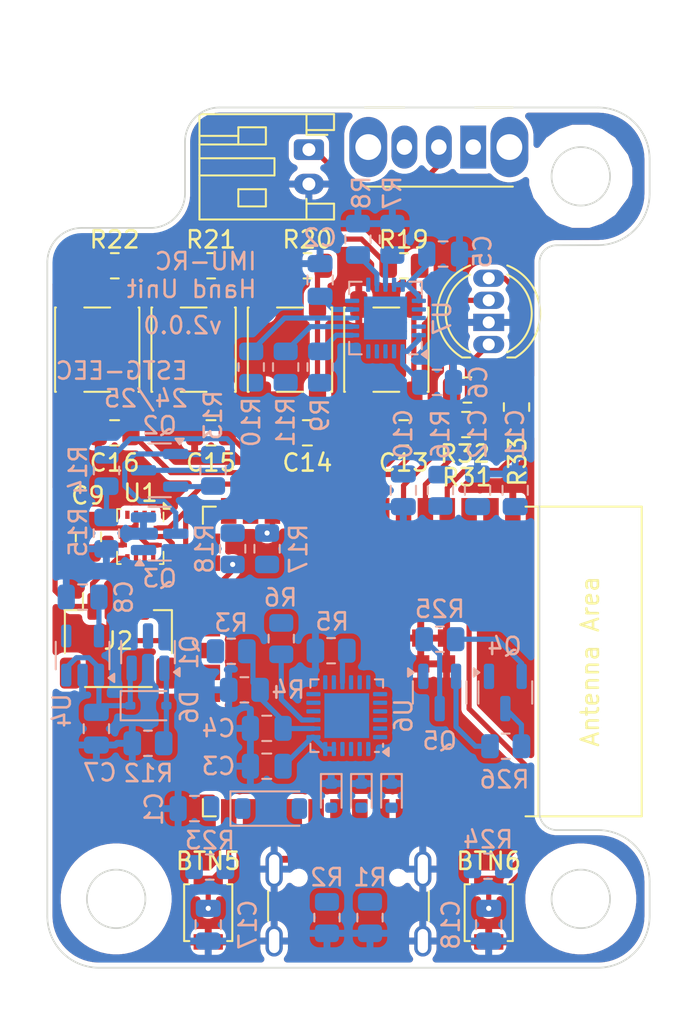
<source format=kicad_pcb>
(kicad_pcb (version 20241229) (generator "pcbnew") (generator_version "9.0")
  (layers (0 "F.Cu" signal) (2 "B.Cu" signal) (13 "F.Paste" user) (15 "B.Paste" user) (5 "F.SilkS" user "F.Silkscreen") (7 "B.SilkS" user "B.Silkscreen") (1 "F.Mask" user) (3 "B.Mask" user) (25 "Edge.Cuts" user))
  (net 0 "")
  (net 1 "BOOT")
  (net 2 "GND")
  (net 3 "Net-(BT1-+)")
  (net 4 "Net-(SW1-A)")
  (net 5 "VBUS")
  (net 6 "+3.3V")
  (net 7 "Net-(Q2-D)")
  (net 8 "Net-(D6-K)")
  (net 9 "CHIP_PU")
  (net 10 "Net-(U6-VBUS)")
  (net 11 "Net-(D2-A2)")
  (net 12 "Net-(D3-A2)")
  (net 13 "Net-(D1-A2)")
  (net 14 "Net-(D7-RA)")
  (net 15 "Net-(D7-BA)")
  (net 16 "Net-(D7-GA)")
  (net 17 "SDA")
  (net 18 "SCL")
  (net 19 "Net-(Q4-B)")
  (net 20 "Net-(Q5-B)")
  (net 21 "Net-(Q2-G)")
  (net 22 "+BATT")
  (net 23 "Net-(U7-PROG1)")
  (net 24 "BATT_READ_EN")
  (net 25 "Net-(U7-PROG3)")
  (net 26 "PG")
  (net 27 "STAT1")
  (net 28 "STAT2")
  (net 29 "BATT_READ")
  (net 30 "LED_RED")
  (net 31 "LED_GREEN")
  (net 32 "LED_BLUE")
  (net 35 "SW_2")
  (net 36 "SW_4")
  (net 37 "RTS")
  (net 38 "DTR")
  (net 39 "SW_3")
  (net 40 "SW_1")
  (net 41 "Net-(U6-~{RST})")
  (net 42 "Net-(U6-~{SUSPEND})")
  (net 48 "Net-(J1-CC2)")
  (net 50 "Net-(J1-CC1)")
  (net 55 "U0TXD")
  (net 60 "U0RXD")
  (footprint "Button_Switch_SMD:SW_SPST_PTS647_Sx50" (layer "F.Cu") (at 28.25 33.575 90)
    (property "Reference" "BTN2" (hide yes))
    (property "Value" "B3U-1000P")
  )
  (footprint "Resistor_SMD:R_0805_2012Metric" (layer "F.Cu") (at 40.47 28.7 180)
    (property "Reference" "R19")
    (property "Value" "10k")
  )
  (footprint "Resistor_SMD:R_0805_2012Metric" (layer "F.Cu") (at 47.015 36.9125 -90)
    (property "Reference" "R33")
    (property "Value" "10")
  )
  (footprint "Button_Switch_SMD:SW_SPST_PTS647_Sx50" (layer "F.Cu") (at 22.65 33.575 90)
    (property "Reference" "BTN4" (hide yes))
    (property "Value" "B3U-1000P")
  )
  (footprint "Button_Switch_THT:SW_Slide_SPDT_Angled_CK_OS102011MA1Q" (layer "F.Cu") (at 44.5 21.8 180)
    (property "Reference" "SW1" (hide yes))
    (property "Value" "SW_SPDT")
  )
  (footprint "PCM_Espressif:ESP32-S3-WROOM-2" (layer "F.Cu") (at 38.54 51.7 -90)
    (property "Reference" "U2" (hide yes))
    (property "Value" "ESP32-S3-WROOM-2")
  )
  (footprint "IMURCLibrary:LGA-14L_3x2.5mm_P0.5mm" (layer "F.Cu") (at 25.1525 44.4375 -90)
    (property "Reference" "U1")
    (property "Value" "LSM6DSO")
  )
  (footprint "Capacitor_SMD:C_0805_2012Metric" (layer "F.Cu") (at 23.66 38.41)
    (property "Reference" "C16")
    (property "Value" "100nF/50V")
  )
  (footprint "Button_Switch_SMD:SW_SPST_PTS647_Sx50" (layer "F.Cu") (at 39.45 33.575 90)
    (property "Reference" "BTN1" (hide yes))
    (property "Value" "B3U-1000P")
  )
  (footprint "Resistor_SMD:R_0805_2012Metric" (layer "F.Cu") (at 29.27 28.7 180)
    (property "Reference" "R21")
    (property "Value" "10k")
  )
  (footprint "Connector_JST:JST_PH_S2B-PH-K_1x02_P2.00mm_Horizontal" (layer "F.Cu") (at 34.95 21.95 -90)
    (property "Reference" "BT1" (hide yes))
    (property "Value" "LiPo 3.7V 600mAh")
  )
  (footprint "IMURCLibrary:LED_D5.0mm-4_RKGB" (layer "F.Cu") (at 45.4 33.375 90)
    (property "Reference" "D7" (hide yes))
    (property "Value" "LED_RKGB")
  )
  (footprint "Resistor_SMD:R_0805_2012Metric" (layer "F.Cu") (at 23.67 28.7 180)
    (property "Reference" "R22")
    (property "Value" "10k")
  )
  (footprint "Button_Switch_SMD:SW_SPST_PTS647_Sx50" (layer "F.Cu") (at 33.85 33.575 90)
    (property "Reference" "BTN3" (hide yes))
    (property "Value" "B3U-1000P")
  )
  (footprint "Capacitor_SMD:C_0805_2012Metric" (layer "F.Cu") (at 29.26 38.41)
    (property "Reference" "C15")
    (property "Value" "100nF/50V")
  )
  (footprint "Button_Switch_SMD:SW_SPST_B3U-1000P" (layer "F.Cu") (at 45.4 66.3 90)
    (property "Reference" "BTN6")
    (property "Value" "B3U-1000P")
  )
  (footprint "IMURCLibrary:JST_SH_SM04B-SRSS-TB_1x04-1MP_P1.00mm_Horizontal" (layer "F.Cu") (at 23.88 50.5)
    (property "Reference" "J2")
    (property "Value" "JST SH1.0")
  )
  (footprint "Capacitor_SMD:C_0805_2012Metric" (layer "F.Cu") (at 34.86 38.41)
    (property "Reference" "C14")
    (property "Value" "100nF/50V")
  )
  (footprint "Button_Switch_SMD:SW_SPST_B3U-1000P" (layer "F.Cu") (at 29.1 66.3 90)
    (property "Reference" "BTN5")
    (property "Value" "B3U-1000P")
  )
  (footprint "Resistor_SMD:R_0805_2012Metric" (layer "F.Cu") (at 34.87 28.7 180)
    (property "Reference" "R20")
    (property "Value" "10k")
  )
  (footprint "Connector_USB:USB_C_Receptacle_GCT_USB4105-xx-A_16P_TopMnt_Horizontal" (layer "F.Cu") (at 37.25 66.875)
    (property "Reference" "J1" (hide yes))
    (property "Value" "USB_C_Receptacle_USB2.0_16P")
  )
  (footprint "Resistor_SMD:R_0805_2012Metric" (layer "F.Cu") (at 44.1625 35.92)
    (property "Reference" "R32")
    (property "Value" "33")
  )
  (footprint "Resistor_SMD:R_0805_2012Metric" (layer "F.Cu") (at 44.0775 37.93 180)
    (property "Reference" "R31")
    (property "Value" "150")
  )
  (footprint "Capacitor_SMD:C_0805_2012Metric" (layer "F.Cu") (at 40.46 38.41)
    (property "Reference" "C13")
    (property "Value" "100nF/50V")
  )
  (footprint "Capacitor_SMD:C_0805_2012Metric" (layer "F.Cu") (at 22.14 44.45 -90)
    (property "Reference" "C9")
    (property "Value" "100nF/50V")
  )
  (footprint "Capacitor_SMD:C_0805_2012Metric" (layer "B.Cu") (at 32.5 55.5875 180)
    (property "Reference" "C4")
    (property "Value" "1uF/16V")
  )
  (footprint "Resistor_SMD:R_0805_2012Metric" (layer "B.Cu") (at 33.6 34.5875 90)
    (property "Reference" "R11")
    (property "Value" "10k")
  )
  (footprint "Resistor_SMD:R_0805_2012Metric" (layer "B.Cu") (at 32.519687 45.147499 90)
    (property "Reference" "R17")
    (property "Value" "2k2")
  )
  (footprint "Package_TO_SOT_SMD:SOT-23" (layer "B.Cu") (at 42.55 53.501746 -90)
    (property "Reference" "Q5")
    (property "Value" "BC817-25")
  )
  (footprint "Capacitor_SMD:C_0805_2012Metric" (layer "B.Cu") (at 32.5 57.7875)
    (property "Reference" "C3")
    (property "Value" "10uF/16V")
  )
  (footprint "Capacitor_SMD:C_0805_2012Metric" (layer "B.Cu") (at 42.75 28.016403)
    (property "Reference" "C5")
    (property "Value" "4u7F/16V")
  )
  (footprint "Capacitor_SMD:C_0805_2012Metric" (layer "B.Cu") (at 40.436667 41.75 -90)
    (property "Reference" "C10")
    (property "Value" "1uF/16V")
  )
  (footprint "Package_TO_SOT_SMD:SOT-23" (layer "B.Cu") (at 46.364246 53.501746 -90)
    (property "Reference" "Q4")
    (property "Value" "BC817-25")
  )
  (footprint "Resistor_SMD:R_0805_2012Metric" (layer "B.Cu") (at 36.241109 51.074727 180)
    (property "Reference" "R5")
    (property "Value" "10k")
  )
  (footprint "Capacitor_SMD:C_0805_2012Metric" (layer "B.Cu") (at 22.6 55.60625 -90)
    (property "Reference" "C7")
    (property "Value" "1uF/16V")
  )
  (footprint "Package_TO_SOT_SMD:SOT-23" (layer "B.Cu") (at 26.276686 44.27378)
    (property "Reference" "Q3")
    (property "Value" "IRLML6344TRPBF")
  )
  (footprint "Capacitor_SMD:C_0805_2012Metric" (layer "B.Cu") (at 44.75 41.75 90)
    (property "Reference" "C12")
    (property "Value" "100nF/50V")
  )
  (footprint "Resistor_SMD:R_0805_2012Metric" (layer "B.Cu") (at 29.1875 63.65)
    (property "Reference" "R23")
    (property "Value" "10k")
  )
  (footprint "Package_TO_SOT_SMD:SOT-23" (layer "B.Cu") (at 26.276 40.5885 180)
    (property "Reference" "Q2")
    (property "Value" "DMP3160L-7")
  )
  (footprint "Resistor_SMD:R_0805_2012Metric" (layer "B.Cu") (at 25.598229 56.456554)
    (property "Reference" "R12")
    (property "Value" "10k")
  )
  (footprint "Resistor_SMD:R_0805_2012Metric" (layer "B.Cu") (at 38.5 66.5875 90)
    (property "Reference" "R1")
    (property "Value" "5k1")
  )
  (footprint "Resistor_SMD:R_0805_2012Metric" (layer "B.Cu") (at 29.38018 40.5885 -90)
    (property "Reference" "R13")
    (property "Value" "10k")
  )
  (footprint "Resistor_SMD:R_0805_2012Metric" (layer "B.Cu") (at 35.6 34.5875 90)
    (property "Reference" "R9")
    (property "Value" "10k")
  )
  (footprint "Capacitor_SMD:C_0805_2012Metric" (layer "B.Cu") (at 21.8 47.95625 180)
    (property "Reference" "C8")
    (property "Value" "1uF/16V")
  )
  (footprint "Resistor_SMD:R_0805_2012Metric" (layer "B.Cu") (at 23.188405 40.598532 -90)
    (property "Reference" "R14")
    (property "Value" "3k")
  )
  (footprint "Resistor_SMD:R_0805_2012Metric" (layer "B.Cu") (at 33.343727 50.37143 90)
    (property "Reference" "R6")
    (property "Value" "1k")
  )
  (footprint "Diode_SMD:D_SOD-323" (layer "B.Cu") (at 25.619403 54.269528)
    (property "Reference" "D6")
    (property "Value" "BAT20J")
  )
  (footprint "Resistor_SMD:R_0805_2012Metric" (layer "B.Cu") (at 31.202075 53.347964)
    (property "Reference" "R4")
    (property "Value" "47k5")
  )
  (footprint "Resistor_SMD:R_0805_2012Metric" (layer "B.Cu") (at 46.386986 56.62657 180)
    (property "Reference" "R26")
    (property "Value" "10k")
  )
  (footprint "Package_TO_SOT_SMD:SOT-23-5" (layer "B.Cu") (at 21.8 51.35625 90)
    (property "Reference" "U4")
    (property "Value" "AP2112K-3.3")
  )
  (footprint "Resistor_SMD:R_0805_2012Metric" (layer "B.Cu") (at 31.6 34.5875 90)
    (property "Reference" "R10")
    (property "Value" "10k")
  )
  (footprint "Capacitor_SMD:C_0805_2012Metric" (layer "B.Cu") (at 45.4 67 90)
    (property "Reference" "C18")
    (property "Value" "100nF/50V")
  )
  (footprint "Capacitor_SMD:C_0805_2012Metric" (layer "B.Cu") (at 46.936667 41.75 90)
    (property "Reference" "C11")
    (property "Value" "10uF/16V")
  )
  (footprint "Capacitor_SMD:C_0805_2012Metric" (layer "B.Cu") (at 28.3 60.25 180)
    (property "Reference" "C1")
    (property "Value" "10uF/16V")
  )
  (footprint "Diode_SMD:D_SOD-523" (layer "B.Cu") (at 38 59.5 -90)
    (property "Reference" "D3" (hide yes))
    (property "Value" "ESD5B5V0WT")
  )
  (footprint "Package_DFN_QFN:QFN-24-1EP_4x4mm_P0.5mm_EP2.6x2.6mm" (layer "B.Cu") (at 37.15 54.85 90)
    (property "Reference" "U6")
    (property "Value" "CP2102N")
  )
  (footprint "Capacitor_SMD:C_0805_2012Metric" (layer "B.Cu") (at 29.1 67 90)
    (property "Reference" "C17")
    (property "Value" "100nF/50V")
  )
  (footprint "Capacitor_SMD:C_0805_2012Metric" (layer "B.Cu") (at 42.4 35.475)
    (property "Reference" "C6")
    (property "Value" "4u7F/16V")
  )
  (footprint "Resistor_SMD:R_0805_2012Metric" (layer "B.Cu") (at 30.433364 51.107623 180)
    (property "Reference" "R3")
    (property "Value" "22k1")
  )
  (footprint "Capacitor_SMD:C_0805_2012Metric" (layer "B.Cu") (at 35.6 29.525 90)
    (property "Reference" "C2")
    (property "Value" "10uF/16V")
  )
  (footprint "Diode_SMD:D_SOD-123" (layer "B.Cu") (at 32.75 60.25)
    (property "Reference" "D4" (hide yes))
    (property "Value" "1N5819")
  )
  (footprint "Resistor_SMD:R_0805_2012Metric" (layer "B.Cu") (at 39.8 27.1625 90)
    (property "Reference" "R7")
    (property "Value" "1k")
  )
  (footprint "Resistor_SMD:R_0805_2012Metric" (layer "B.Cu") (at 23.181331 44.241757 -90)
    (property "Reference" "R15")
    (property "Value" "11k")
  )
  (footprint "Resistor_SMD:R_0805_2012Metric" (layer "B.Cu") (at 30.519687 45.147499 90)
    (property "Reference" "R18")
    (property "Value" "2k2")
  )
  (footprint "Resistor_SMD:R_0805_2012Metric" (layer "B.Cu") (at 42.593334 41.75 -90)
    (property "Reference" "R16")
    (property "Value" "10k")
  )
  (footprint "Resistor_SMD:R_0805_2012Metric" (layer "B.Cu") (at 37.8 27.1625 90)
    (property "Reference" "R8")
    (property "Value" "20k")
  )
  (footprint "Diode_SMD:D_SOD-523" (layer "B.Cu") (at 36.25 59.5 -90)
    (property "Reference" "D2" (hide yes))
    (property "Value" "ESD5B5V0WT")
  )
  (footprint "Package_DFN_QFN:QFN-20-1EP_4x4mm_P0.5mm_EP2.5x2.5mm" (layer "B.Cu") (at 39.4 31.7375 90)
    (property "Reference" "U7")
    (property "Value" "MCP73871-2CC")
  )
  (footprint "Resistor_SMD:R_0805_2012Metric" (layer "B.Cu") (at 45.3625 63.6 180)
    (property "Reference" "R24")
    (property "Value" "10k")
  )
  (footprint "Diode_SMD:D_SOD-523" (layer "B.Cu") (at 39.75 59.5 -90)
    (property "Reference" "D1" (hide yes))
    (property "Value" "ESD5B5V0WT")
  )
  (footprint "Resistor_SMD:R_0805_2012Metric" (layer "B.Cu") (at 42.561455 50.405949)
    (property "Reference" "R25")
    (property "Value" "10k")
  )
  (footprint "Package_TO_SOT_SMD:SOT-23" (layer "B.Cu") (at 25.6 51.15625 90)
    (property "Reference" "Q1")
    (property "Value" "DMP3160L-7")
  )
  (footprint "Resistor_SMD:R_0805_2012Metric" (layer "B.Cu") (at 36 66.5875 90)
    (property "Reference" "R2")
    (property "Value" "5k1")
  )
  (gr_circle (center 50.75 23.5) (end 52.45 23.5) (stroke (width 0.1)) (fill no) (layer "Edge.Cuts"))
  (gr_line (start 19.75 28.5) (end 19.75 66.5) (stroke (width 0.1)) (layer "Edge.Cuts"))
  (gr_arc (start 51.75 19.5) (mid 53.87132 20.37868) (end 54.75 22.5) (stroke (width 0.1)) (layer "Edge.Cuts"))
  (gr_arc (start 54.75 24.5) (mid 53.87132 26.62132) (end 51.75 27.5) (stroke (width 0.1)) (layer "Edge.Cuts"))
  (gr_arc (start 19.75 28.5) (mid 20.335786 27.085786) (end 21.75 26.5) (stroke (width 0.1)) (layer "Edge.Cuts"))
  (gr_arc (start 22.75 69.5) (mid 20.62868 68.62132) (end 19.75 66.5) (stroke (width 0.1)) (layer "Edge.Cuts"))
  (gr_arc (start 49.35 61.5) (mid 48.642893 61.207107) (end 48.35 60.5) (stroke (width 0.1)) (layer "Edge.Cuts"))
  (gr_line (start 22.75 69.5) (end 51.75 69.5) (stroke (width 0.1)) (layer "Edge.Cuts"))
  (gr_line (start 25.75 26.5) (end 21.75 26.5) (stroke (width 0.1)) (layer "Edge.Cuts"))
  (gr_circle (center 50.75 65.5) (end 52.45 65.5) (stroke (width 0.1)) (fill no) (layer "Edge.Cuts"))
  (gr_line (start 54.75 64.5) (end 54.75 66.5) (stroke (width 0.1)) (layer "Edge.Cuts"))
  (gr_arc (start 27.75 21.5) (mid 28.335786 20.085786) (end 29.75 19.5) (stroke (width 0.1)) (layer "Edge.Cuts"))
  (gr_arc (start 51.75 61.5) (mid 53.87132 62.37868) (end 54.75 64.5) (stroke (width 0.1)) (layer "Edge.Cuts"))
  (gr_line (start 27.75 21.5) (end 27.75 24.5) (stroke (width 0.1)) (layer "Edge.Cuts"))
  (gr_line (start 48.35 28.507107) (end 48.35 60.5) (stroke (width 0.1)) (layer "Edge.Cuts"))
  (gr_line (start 49.35 27.507107) (end 51.75 27.5) (stroke (width 0.1)) (layer "Edge.Cuts"))
  (gr_line (start 49.35 61.5) (end 51.75 61.5) (stroke (width 0.1)) (layer "Edge.Cuts"))
  (gr_line (start 54.75 22.5) (end 54.75 24.5) (stroke (width 0.1)) (layer "Edge.Cuts"))
  (gr_arc (start 48.35 28.507107) (mid 48.642893 27.8) (end 49.35 27.507107) (stroke (width 0.1)) (layer "Edge.Cuts"))
  (gr_line (start 51.75 19.5) (end 29.75 19.5) (stroke (width 0.1)) (layer "Edge.Cuts"))
  (gr_circle (center 23.75 65.5) (end 25.45 65.5) (stroke (width 0.1)) (fill no) (layer "Edge.Cuts"))
  (gr_arc (start 54.75 66.5) (mid 53.87132 68.62132) (end 51.75 69.5) (stroke (width 0.1)) (layer "Edge.Cuts"))
  (gr_arc (start 27.75 24.5) (mid 27.164214 25.914214) (end 25.75 26.5) (stroke (width 0.1)) (layer "Edge.Cuts"))
  (gr_text "v2.0.0\n" (at 30 32.75 0) (layer "B.SilkS") (effects (font (size 1 1)) (justify left bottom mirror)))
  (gr_text "IMU-RC \nHand Unit" (at 32 29.25 0) (layer "B.SilkS") (effects (font (size 1 1)) (justify left mirror)))
  (gr_text "ESTG-EEC \n24/25" (at 28 37 0) (layer "B.SilkS") (effects (font (size 1 1)) (justify left bottom mirror)))
  (segment (start 30.29 63.41) (end 29.1 64.6) (width 0.3) (layer "F.Cu") (net 1))
  (segment (start 30.29 60.45) (end 30.29 63.41) (width 0.3) (layer "F.Cu") (net 1))
  (segment (start 29.1 64.6) (end 29.1 66.05) (width 0.3) (layer "F.Cu") (net 1))
  (via (at 29.1 66.05) (size 0.6) (drill 0.3) (layers "F.Cu" "B.Cu") (net 1))
  (segment (start 24.14 44.4375) (end 24.14 44.9375) (width 0.3) (layer "F.Cu") (net 2))
  (segment (start 22.6025 44.9375) (end 24.14 44.9375) (width 0.3) (layer "F.Cu") (net 2))
  (segment (start 22.14 45.4) (end 22.6025 44.9375) (width 0.3) (layer "F.Cu") (net 2))
  (segment (start 35.25 21.95) (end 37.76 24.46) (width 0.3) (layer "F.Cu") (net 3))
  (segment (start 40.89 24.46) (end 42.5 22.85) (width 0.3) (layer "F.Cu") (net 3))
  (segment (start 42.5 22.85) (end 42.5 21.8) (width 0.3) (layer "F.Cu") (net 3))
  (segment (start 34.95 21.95) (end 35.25 21.95) (width 0.3) (layer "F.Cu") (net 3))
  (segment (start 37.76 24.46) (end 40.89 24.46) (width 0.3) (layer "F.Cu") (net 3))
  (segment (start 41.3375 30.473) (end 41.3375 30.7375) (width 0.3) (layer "B.Cu") (net 4))
  (segment (start 40.6645 29.8) (end 41.8 28.6645) (width 0.3) (layer "B.Cu") (net 4))
  (segment (start 39.9 29.8) (end 40.4 29.8) (width 0.3) (layer "B.Cu") (net 4))
  (segment (start 40.6645 29.8) (end 41.3375 30.473) (width 0.3) (layer "B.Cu") (net 4))
  (segment (start 41.8 28.6645) (end 41.8 28.016403) (width 0.3) (layer "B.Cu") (net 4))
  (segment (start 40.4 29.8) (end 40.6645 29.8) (width 0.3) (layer "B.Cu") (net 4))
  (segment (start 26.669403 56.29788) (end 26.510729 56.456554) (width 0.3) (layer "B.Cu") (net 5))
  (segment (start 26.55 52.09375) (end 26.669403 52.213153) (width 0.3) (layer "B.Cu") (net 5))
  (segment (start 26.669403 54.269528) (end 26.669403 56.29788) (width 0.3) (layer "B.Cu") (net 5))
  (segment (start 37.4625 31.2375) (end 36.3625 31.2375) (width 0.3) (layer "B.Cu") (net 5))
  (segment (start 36.3625 31.2375) (end 35.6 30.475) (width 0.3) (layer "B.Cu") (net 5))
  (segment (start 26.669403 52.213153) (end 26.669403 54.269528) (width 0.3) (layer "B.Cu") (net 5))
  (segment (start 22.38 47.17) (end 22.38 48.5) (width 0.3) (layer "F.Cu") (net 6))
  (segment (start 32.4075 27.15) (end 33.9575 28.7) (width 0.3) (layer "F.Cu") (net 6))
  (segment (start 25.6025 44.9375) (end 24.9025 44.2375) (width 0.3) (layer "F.Cu") (net 6))
  (segment (start 22.38 48.5) (end 21.11 48.5) (width 0.3) (layer "F.Cu") (net 6))
  (segment (start 21.11 48.5) (end 20.2 47.59) (width 0.3) (layer "F.Cu") (net 6))
  (segment (start 22.7575 27.8525) (end 23.46 27.15) (width 0.3) (layer "F.Cu") (net 6))
  (segment (start 26.4 27.15) (end 32.98 27.15) (width 0.3) (layer "F.Cu") (net 6))
  (segment (start 39.5575 28.7) (end 38.0075 27.15) (width 0.3) (layer "F.Cu") (net 6))
  (segment (start 24.4025 45.7) (end 23.85 45.7) (width 0.3) (layer "F.Cu") (net 6))
  (segment (start 25.4025 43.175) (end 24.9025 43.175) (width 0.3) (layer "F.Cu") (net 6))
  (segment (start 26.165 44.9375) (end 25.6025 44.9375) (width 0.3) (layer "F.Cu") (net 6))
  (segment (start 24.14 43.9375) (end 22.5775 43.9375) (width 0.3) (layer "F.Cu") (net 6))
  (segment (start 24.14 43.9375) (end 24.7025 43.9375) (width 0.3) (layer "F.Cu") (net 6))
  (segment (start 24.9025 43.7375) (end 24.9025 43.175) (width 0.3) (layer "F.Cu") (net 6))
  (segment (start 24.9025 44.2375) (end 24.9025 43.7375) (width 0.3) (layer "F.Cu") (net 6))
  (segment (start 21.44 43.5) (end 22.14 43.5) (width 0.3) (layer "F.Cu") (net 6))
  (segment (start 23.85 45.7) (end 22.38 47.17) (width 0.3) (layer "F.Cu") (net 6))
  (segment (start 22.7575 28.7) (end 22.7575 27.8525) (width 0.3) (layer "F.Cu") (net 6))
  (segment (start 22.5775 43.9375) (end 22.14 43.5) (width 0.3) (layer "F.Cu") (net 6))
  (segment (start 20.2 29.79) (end 21.29 28.7) (width 0.3) (layer "F.Cu") (net 6))
  (segment (start 20.2 47.59) (end 20.2 44.74) (width 0.3) (layer "F.Cu") (net 6))
  (segment (start 23.46 27.15) (end 26.8075 27.15) (width 0.3) (layer "F.Cu") (net 6))
  (segment (start 21.29 28.7) (end 22.7575 28.7) (width 0.3) (layer "F.Cu") (net 6))
  (segment (start 22.14 43.5) (end 20.2 41.56) (width 0.3) (layer "F.Cu") (net 6))
  (segment (start 20.2 41.56) (end 20.2 29.79) (width 0.3) (layer "F.Cu") (net 6))
  (segment (start 26.8075 27.15) (end 26.9675 27.31) (width 0.3) (layer "F.Cu") (net 6))
  (segment (start 26.9675 27.31) (end 28.3575 28.7) (width 0.3) (layer "F.Cu") (net 6))
  (segment (start 38.0075 27.15) (end 32.4075 27.15) (width 0.3) (layer "F.Cu") (net 6))
  (segment (start 20.2 44.74) (end 21.44 43.5) (width 0.3) (layer "F.Cu") (net 6))
  (segment (start 25.4025 43.175) (end 25.9025 43.175) (width 0.3) (layer "F.Cu") (net 6))
  (segment (start 24.7025 43.9375) (end 24.9025 43.7375) (width 0.3) (layer "F.Cu") (net 6))
  (segment (start 35.2125 56.1) (end 35.1375 56.1) (width 0.3) (layer "B.Cu") (net 6))
  (segment (start 22.75 50.21875) (end 22.75 47.95625) (width 0.3) (layer "B.Cu") (net 6))
  (segment (start 35.9 56.7875) (end 35.2125 56.1) (width 0.3) (layer "B.Cu") (net 6))
  (segment (start 36.4 56.7875) (end 35.9 56.7875) (width 0.3) (layer "B.Cu") (net 6))
  (segment (start 35.1375 56.1) (end 33.45 57.7875) (width 0.3) (layer "B.Cu") (net 6))
  (segment (start 30.1385 40.5885) (end 25.3385 40.5885) (width 0.3) (layer "B.Cu") (net 7))
  (segment (start 23.188405 39.686032) (end 23.640968 39.686032) (width 0.3) (layer "B.Cu") (net 7))
  (segment (start 30.511203 40.215797) (end 30.1385 40.5885) (width 0.3) (layer "B.Cu") (net 7))
  (segment (start 30.190496 38.753452) (end 30.511203 39.074159) (width 0.3) (layer "B.Cu") (net 7))
  (segment (start 30.511203 39.074159) (end 30.511203 40.215797) (width 0.3) (layer "B.Cu") (net 7))
  (segment (start 24.573548 38.753452) (end 30.190496 38.753452) (width 0.3) (layer "B.Cu") (net 7))
  (segment (start 23.640968 39.686032) (end 24.573548 38.753452) (width 0.3) (layer "B.Cu") (net 7))
  (segment (start 22.6 54.65625) (end 22.75 54.50625) (width 0.3) (layer "B.Cu") (net 8))
  (segment (start 22.75 52.49375) (end 22.75 52.068572) (width 0.3) (layer "B.Cu") (net 8))
  (segment (start 24.569403 52.174347) (end 24.65 52.09375) (width 0.3) (layer "B.Cu") (net 8))
  (segment (start 22.161678 51.48025) (end 21.438322 51.48025) (width 0.3) (layer "B.Cu") (net 8))
  (segment (start 22.986722 54.269528) (end 22.6 54.65625) (width 0.3) (layer "B.Cu") (net 8))
  (segment (start 22.75 52.068572) (end 22.161678 51.48025) (width 0.3) (layer "B.Cu") (net 8))
  (segment (start 21.438322 51.48025) (end 20.85 52.068572) (width 0.3) (layer "B.Cu") (net 8))
  (segment (start 24.569403 54.269528) (end 22.986722 54.269528) (width 0.3) (layer "B.Cu") (net 8))
  (segment (start 20.85 52.068572) (end 20.85 52.49375) (width 0.3) (layer "B.Cu") (net 8))
  (segment (start 22.75 54.50625) (end 22.75 52.49375) (width 0.3) (layer "B.Cu") (net 8))
  (segment (start 24.569403 54.269528) (end 24.569403 52.174347) (width 0.3) (layer "B.Cu") (net 8))
  (segment (start 45.4 64.6) (end 45.81 64.6) (width 0.3) (layer "F.Cu") (net 9))
  (segment (start 44.26 54.45) (end 44.26 42.95) (width 0.3) (layer "F.Cu") (net 9))
  (segment (start 45.4 64.6) (end 45.4 66.05) (width 0.3) (layer "F.Cu") (net 9))
  (segment (start 47.79 57.98) (end 44.26 54.45) (width 0.3) (layer "F.Cu") (net 9))
  (segment (start 47.79 62.62) (end 47.79 57.98) (width 0.3) (layer "F.Cu") (net 9))
  (segment (start 45.81 64.6) (end 47.79 62.62) (width 0.3) (layer "F.Cu") (net 9))
  (via (at 45.4 66.05) (size 0.6) (drill 0.3) (layers "F.Cu" "B.Cu") (net 9))
  (segment (start 31.7 52.933389) (end 31.7 51.461759) (width 0.3) (layer "B.Cu") (net 10))
  (segment (start 32.114575 53.347964) (end 32.114575 53.821849) (width 0.3) (layer "B.Cu") (net 10))
  (segment (start 33.45 55.157274) (end 33.45 55.5875) (width 0.3) (layer "B.Cu") (net 10))
  (segment (start 33.45 55.5875) (end 33.4625 55.6) (width 0.3) (layer "B.Cu") (net 10))
  (segment (start 33.4625 55.6) (end 35.2125 55.6) (width 0.3) (layer "B.Cu") (net 10))
  (segment (start 31.7 51.461759) (end 31.345864 51.107623) (width 0.3) (layer "B.Cu") (net 10))
  (segment (start 32.114575 53.821849) (end 33.45 55.157274) (width 0.3) (layer "B.Cu") (net 10))
  (segment (start 32.114575 53.347964) (end 31.7 52.933389) (width 0.3) (layer "B.Cu") (net 10))
  (segment (start 44.99 37.93) (end 44.161264 37.101264) (width 0.3) (layer "F.Cu") (net 14))
  (segment (start 44.161264 37.101264) (end 44.161264 34.513736) (width 0.3) (layer "F.Cu") (net 14))
  (segment (start 44.161264 34.513736) (end 45.4 33.275) (width 0.3) (layer "F.Cu") (net 14))
  (segment (start 47.015 30.121168) (end 46.318832 29.425) (width 0.3) (layer "F.Cu") (net 15))
  (segment (start 46.318832 29.425) (end 45.4 29.425) (width 0.3) (layer "F.Cu") (net 15))
  (segment (start 47.015 36) (end 47.015 30.121168) (width 0.3) (layer "F.Cu") (net 15))
  (segment (start 44.063372 30.708333) (end 45.4 30.708333) (width 0.3) (layer "F.Cu") (net 16))
  (segment (start 43.25 31.521705) (end 44.063372 30.708333) (width 0.3) (layer "F.Cu") (net 16))
  (segment (start 43.25 35.92) (end 43.25 31.521705) (width 0.3) (layer "F.Cu") (net 16))
  (segment (start 27.79 42.45) (end 28.85 41.39) (width 0.3) (layer "F.Cu") (net 17))
  (segment (start 27.79 42.972106) (end 27.79 42.45) (width 0.3) (layer "F.Cu") (net 17))
  (segment (start 26.165 43.9375) (end 26.824606 43.9375) (width 0.3) (layer "F.Cu") (net 17))
  (segment (start 27.79 45.67) (end 27.79 42.45) (width 0.3) (layer "F.Cu") (net 17))
  (segment (start 25.38 48.05) (end 25.41 48.05) (width 0.3) (layer "F.Cu") (net 17))
  (segment (start 28.85 41.39) (end 32.25 41.39) (width 0.3) (layer "F.Cu") (net 17))
  (segment (start 32.83 43.924686) (end 32.519687 44.234999) (width 0.3) (layer "F.Cu") (net 17))
  (segment (start 32.83 42.95) (end 32.83 43.924686) (width 0.3) (layer "F.Cu") (net 17))
  (segment (start 26.824606 43.9375) (end 27.79 42.972106) (width 0.3) (layer "F.Cu") (net 17))
  (segment (start 25.41 48.05) (end 27.79 45.67) (width 0.3) (layer "F.Cu") (net 17))
  (segment (start 32.25 41.39) (end 32.83 41.97) (width 0.3) (layer "F.Cu") (net 17))
  (segment (start 32.83 41.97) (end 32.83 42.95) (width 0.3) (layer "F.Cu") (net 17))
  (segment (start 25.38 48.5) (end 25.38 48.05) (width 0.3) (layer "F.Cu") (net 17))
  (via (at 32.519687 44.234999) (size 0.6) (drill 0.3) (layers "F.Cu" "B.Cu") (net 17))
  (segment (start 30.519687 46.407313) (end 30.519687 46.059999) (width 0.3) (layer "F.Cu") (net 18))
  (segment (start 29.672 47.255) (end 30.519687 46.407313) (width 0.3) (layer "F.Cu") (net 18))
  (segment (start 27.67 49.89) (end 27.67 47.82) (width 0.3) (layer "F.Cu") (net 18))
  (segment (start 27.01 44.83) (end 26.6175 44.4375) (width 0.3) (layer "F.Cu") (net 18))
  (segment (start 25.09 46.87) (end 25.77 46.87) (width 0.3) (layer "F.Cu") (net 18))
  (segment (start 27.67 47.82) (end 28.235 47.255) (width 0.3) (layer "F.Cu") (net 18))
  (segment (start 24.95 50.49) (end 27.07 50.49) (width 0.3) (layer "F.Cu") (net 18))
  (segment (start 26.6175 44.4375) (end 26.165 44.4375) (width 0.3) (layer "F.Cu") (net 18))
  (segment (start 24.38 48.5) (end 24.38 47.58) (width 0.3) (layer "F.Cu") (net 18))
  (segment (start 27.07 50.49) (end 27.67 49.89) (width 0.3) (layer "F.Cu") (net 18))
  (segment (start 24.38 47.58) (end 25.09 46.87) (width 0.3) (layer "F.Cu") (net 18))
  (segment (start 24.38 49.92) (end 24.95 50.49) (width 0.3) (layer "F.Cu") (net 18))
  (segment (start 25.77 46.87) (end 27.01 45.63) (width 0.3) (layer "F.Cu") (net 18))
  (segment (start 28.235 47.255) (end 29.04 47.255) (width 0.3) (layer "F.Cu") (net 18))
  (segment (start 29.04 47.255) (end 29.672 47.255) (width 0.3) (layer "F.Cu") (net 18))
  (segment (start 24.38 48.5) (end 24.38 49.92) (width 0.3) (layer "F.Cu") (net 18))
  (segment (start 27.01 45.63) (end 27.01 44.83) (width 0.3) (layer "F.Cu") (net 18))
  (via (at 30.519687 46.059999) (size 0.6) (drill 0.3) (layers "F.Cu" "B.Cu") (net 18))
  (segment (start 45.905949 50.405949) (end 43.473955 50.405949) (width 0.3) (layer "B.Cu") (net 19))
  (segment (start 47.314246 51.814246) (end 45.905949 50.405949) (width 0.3) (layer "B.Cu") (net 19))
  (segment (start 47.314246 52.564246) (end 47.314246 51.814246) (width 0.3) (layer "B.Cu") (net 19))
  (segment (start 43.5 55.5) (end 43.5 52.564246) (width 0.3) (layer "B.Cu") (net 20))
  (segment (start 44.62657 56.62657) (end 43.5 55.5) (width 0.3) (layer "B.Cu") (net 20))
  (segment (start 45.474486 56.62657) (end 44.62657 56.62657) (width 0.3) (layer "B.Cu") (net 20))
  (segment (start 27.214186 43.064186) (end 27.214186 44.27378) (width 0.3) (layer "B.Cu") (net 21))
  (segment (start 24.25 40.226822) (end 24.25 41.5) (width 0.3) (layer "B.Cu") (net 21))
  (segment (start 27.2135 39.6385) (end 24.838322 39.6385) (width 0.3) (layer "B.Cu") (net 21))
  (segment (start 29.38018 39.676) (end 27.251 39.676) (width 0.3) (layer "B.Cu") (net 21))
  (segment (start 24.838322 39.6385) (end 24.25 40.226822) (width 0.3) (layer "B.Cu") (net 21))
  (segment (start 27.251 39.676) (end 27.2135 39.6385) (width 0.3) (layer "B.Cu") (net 21))
  (segment (start 26.5385 42.3885) (end 27.214186 43.064186) (width 0.3) (layer "B.Cu") (net 21))
  (segment (start 25.1385 42.3885) (end 26.5385 42.3885) (width 0.3) (layer "B.Cu") (net 21))
  (segment (start 29.34268 39.6385) (end 29.38018 39.676) (width 0.3) (layer "B.Cu") (net 21))
  (segment (start 24.25 41.5) (end 25.1385 42.3885) (width 0.3) (layer "B.Cu") (net 21))
  (segment (start 40.4 34.425) (end 41.45 35.475) (width 0.3) (layer "B.Cu") (net 22))
  (segment (start 40.4 33.675) (end 40.4 34.425) (width 0.3) (layer "B.Cu") (net 22))
  (segment (start 40.6645 33.675) (end 40.4 33.675) (width 0.3) (layer "B.Cu") (net 22))
  (segment (start 27.2135 41.5385) (end 29.34268 41.5385) (width 0.3) (layer "B.Cu") (net 22))
  (segment (start 41.3375 32.7375) (end 41.3375 33.002) (width 0.3) (layer "B.Cu") (net 22))
  (segment (start 41.3375 33.002) (end 40.6645 33.675) (width 0.3) (layer "B.Cu") (net 22))
  (segment (start 29.34268 41.5385) (end 29.38018 41.501) (width 0.3) (layer "B.Cu") (net 22))
  (segment (start 39.4 28.475) (end 39.8 28.075) (width 0.3) (layer "B.Cu") (net 23))
  (segment (start 39.4 29.8) (end 39.4 28.475) (width 0.3) (layer "B.Cu") (net 23))
  (segment (start 38.9 29.175) (end 37.8 28.075) (width 0.3) (layer "B.Cu") (net 25))
  (segment (start 38.9 29.8) (end 38.9 29.175) (width 0.3) (layer "B.Cu") (net 25))
  (segment (start 37.4625 32.7375) (end 36.5375 32.7375) (width 0.3) (layer "B.Cu") (net 26))
  (segment (start 36.5375 32.7375) (end 35.6 33.675) (width 0.3) (layer "B.Cu") (net 26))
  (segment (start 37.4625 31.7375) (end 33.5375 31.7375) (width 0.3) (layer "B.Cu") (net 27))
  (segment (start 33.5375 31.7375) (end 31.6 33.675) (width 0.3) (layer "B.Cu") (net 27))
  (segment (start 37.4625 32.2375) (end 35.0375 32.2375) (width 0.3) (layer "B.Cu") (net 28))
  (segment (start 35.0375 32.2375) (end 33.6 33.675) (width 0.3) (layer "B.Cu") (net 28))
  (segment (start 23.188405 41.511032) (end 23.188405 43.322183) (width 0.3) (layer "B.Cu") (net 29))
  (segment (start 23.188405 43.322183) (end 23.181331 43.329257) (width 0.3) (layer "B.Cu") (net 29))
  (segment (start 40.45 41.47) (end 43.165 38.755) (width 0.3) (layer "F.Cu") (net 30))
  (segment (start 40.45 42.95) (end 40.45 41.47) (width 0.3) (layer "F.Cu") (net 30))
  (segment (start 43.165 38.755) (end 43.165 37.93) (width 0.3) (layer "F.Cu") (net 30))
  (segment (start 45.91 36.755) (end 45.075 35.92) (width 0.3) (layer "F.Cu") (net 31))
  (segment (start 41.72 41.41) (end 43.47 39.66) (width 0.3) (layer "F.Cu") (net 31))
  (segment (start 45.91 38.9) (end 45.91 36.755) (width 0.3) (layer "F.Cu") (net 31))
  (segment (start 41.72 42.95) (end 41.72 41.41) (width 0.3) (layer "F.Cu") (net 31))
  (segment (start 45.15 39.66) (end 45.91 38.9) (width 0.3) (layer "F.Cu") (net 31))
  (segment (start 43.47 39.66) (end 45.15 39.66) (width 0.3) (layer "F.Cu") (net 31))
  (segment (start 46.02 40.6) (end 47.015 39.605) (width 0.3) (layer "F.Cu") (net 32))
  (segment (start 42.99 41.61) (end 44 40.6) (width 0.3) (layer "F.Cu") (net 32))
  (segment (start 44 40.6) (end 46.02 40.6) (width 0.3) (layer "F.Cu") (net 32))
  (segment (start 47.015 39.605) (end 47.015 37.825) (width 0.3) (layer "F.Cu") (net 32))
  (segment (start 42.99 42.95) (end 42.99 41.61) (width 0.3) (layer "F.Cu") (net 32))
  (segment (start 36.64 39.24) (end 35.81 38.41) (width 0.3) (layer "F.Cu") (net 35))
  (segment (start 35.45 30.95) (end 35.45 29.0325) (width 0.3) (layer "F.Cu") (net 35))
  (segment (start 35.45 29.0325) (end 35.7825 28.7) (width 0.3) (layer "F.Cu") (net 35))
  (segment (start 36.64 42.95) (end 36.64 39.24) (width 0.3) (layer "F.Cu") (net 35))
  (segment (start 35.45 36.2) (end 35.45 30.95) (width 0.3) (layer "F.Cu") (net 35))
  (segment (start 35.81 38.41) (end 35.81 36.56) (width 0.3) (layer "F.Cu") (net 35))
  (segment (start 35.81 36.56) (end 35.45 36.2) (width 0.3) (layer "F.Cu") (net 35))
  (segment (start 34.1 42.95) (end 34.1 41.45) (width 0.3) (layer "F.Cu") (net 36))
  (segment (start 34.1 41.45) (end 33.374715 40.724715) (width 0.3) (layer "F.Cu") (net 36))
  (segment (start 24.61 38.41) (end 24.61 36.56) (width 0.3) (layer "F.Cu") (net 36))
  (segment (start 33.374715 40.724715) (end 26.924715 40.724715) (width 0.3) (layer "F.Cu") (net 36))
  (segment (start 24.25 30.95) (end 24.25 29.0325) (width 0.3) (layer "F.Cu") (net 36))
  (segment (start 26.924715 40.724715) (end 24.61 38.41) (width 0.3) (layer "F.Cu") (net 36))
  (segment (start 24.25 29.0325) (end 24.5825 28.7) (width 0.3) (layer "F.Cu") (net 36))
  (segment (start 24.61 36.56) (end 24.25 36.2) (width 0.3) (layer "F.Cu") (net 36))
  (segment (start 24.25 36.2) (end 24.25 30.95) (width 0.3) (layer "F.Cu") (net 36))
  (segment (start 47.299486 55.374486) (end 46.364246 54.439246) (width 0.3) (layer "B.Cu") (net 37))
  (segment (start 47.299486 56.62657) (end 47.299486 55.374486) (width 0.3) (layer "B.Cu") (net 37))
  (segment (start 42.55 54.439246) (end 42.55 51.306994) (width 0.3) (layer "B.Cu") (net 38))
  (segment (start 42.55 51.306994) (end 41.648955 50.405949) (width 0.3) (layer "B.Cu") (net 38))
  (segment (start 35.37 42.95) (end 35.37 40.93) (width 0.3) (layer "F.Cu") (net 39))
  (segment (start 30.21 36.56) (end 29.85 36.2) (width 0.3) (layer "F.Cu") (net 39))
  (segment (start 30.21 38.41) (end 30.21 36.56) (width 0.3) (layer "F.Cu") (net 39))
  (segment (start 29.85 29.0325) (end 30.1825 28.7) (width 0.3) (layer "F.Cu") (net 39))
  (segment (start 35.37 40.93) (end 34.48 40.04) (width 0.3) (layer "F.Cu") (net 39))
  (segment (start 31.84 40.04) (end 30.21 38.41) (width 0.3) (layer "F.Cu") (net 39))
  (segment (start 29.85 30.95) (end 29.85 29.0325) (width 0.3) (layer "F.Cu") (net 39))
  (segment (start 34.48 40.04) (end 31.84 40.04) (width 0.3) (layer "F.Cu") (net 39))
  (segment (start 29.85 36.2) (end 29.85 30.95) (width 0.3) (layer "F.Cu") (net 39))
  (segment (start 41.05 29.0325) (end 41.3825 28.7) (width 0.3) (layer "F.Cu") (net 40))
  (segment (start 37.91 41.76) (end 38.84 40.83) (width 0.3) (layer "F.Cu") (net 40))
  (segment (start 41.41 39.2) (end 41.41 38.41) (width 0.3) (layer "F.Cu") (net 40))
  (segment (start 39.78 40.83) (end 41.41 39.2) (width 0.3) (layer "F.Cu") (net 40))
  (segment (start 37.91 42.95) (end 37.91 41.76) (width 0.3) (layer "F.Cu") (net 40))
  (segment (start 41.05 30.95) (end 41.05 29.0325) (width 0.3) (layer "F.Cu") (net 40))
  (segment (start 38.84 40.83) (end 39.78 40.83) (width 0.3) (layer "F.Cu") (net 40))
  (segment (start 41.41 36.56) (end 41.05 36.2) (width 0.3) (layer "F.Cu") (net 40))
  (segment (start 41.05 36.2) (end 41.05 30.95) (width 0.3) (layer "F.Cu") (net 40))
  (segment (start 41.41 38.41) (end 41.41 36.56) (width 0.3) (layer "F.Cu") (net 40))
  (segment (start 34.54437 55.1) (end 33.343727 53.899357) (width 0.3) (layer "B.Cu") (net 41))
  (segment (start 35.2125 55.1) (end 34.54437 55.1) (width 0.3) (layer "B.Cu") (net 41))
  (segment (start 33.343727 53.899357) (end 33.343727 51.28393) (width 0.3) (layer "B.Cu") (net 41))
  (segment (start 36.9 51.328336) (end 37.153609 51.074727) (width 0.3) (layer "B.Cu") (net 42))
  (segment (start 36.9 52.9125) (end 36.9 51.328336) (width 0.3) (layer "B.Cu") (net 42))
  (zone (net 2) (net_name "GND") (layers "F.Cu" "B.Cu") (name "stitch_zone_0") (connect_pads (clearance 0.3)) (min_thickness 0.4) (fill yes (thermal_gap 0.3) (thermal_bridge_width 0.4))
    (polygon (pts (xy 57 17) (xy 57 72) (xy 17 72) (xy 17 17)))
  )
  (zone (net 0) (net_name "") (layers "F.Cu" "B.Cu" "Margin") (connect_pads (clearance 0)) (min_thickness 0.25)
    (keepout (tracks allowed) (vias not_allowed) (pads not_allowed) (copperpour not_allowed) (footprints allowed))
    (fill (thermal_gap 0.5) (thermal_bridge_width 0.5))
    (polygon (pts (xy 50.25 20.5) (xy 51.25 20.5) (xy 52 20.75) (xy 52.75 21.25) (xy 53.5 22.25) (xy 53.75 23) (xy 53.75 24) (xy 53.5 24.75) (xy 52.75 25.75) (xy 52 26.25) (xy 51.25 26.5) (xy 50.25 26.5) (xy 49.5 26.25) (xy 48.75 25.75) (xy 48 24.75) (xy 47.75 24) (xy 47.75 23) (xy 48 22.25) (xy 48.75 21.25) (xy 49.5 20.75)))
  )
  (zone (net 0) (net_name "") (layers "F.Cu" "B.Cu" "Margin") (connect_pads (clearance 0)) (min_thickness 0.25)
    (keepout (tracks allowed) (vias not_allowed) (pads not_allowed) (copperpour not_allowed) (footprints allowed))
    (fill (thermal_gap 0.5) (thermal_bridge_width 0.5))
    (polygon (pts (xy 23.23 62.51) (xy 24.23 62.51) (xy 24.98 62.76) (xy 25.73 63.26) (xy 26.48 64.26) (xy 26.73 65.01) (xy 26.73 66.01) (xy 26.48 66.76) (xy 25.73 67.76) (xy 24.98 68.26) (xy 24.23 68.51) (xy 23.23 68.51) (xy 22.48 68.26) (xy 21.73 67.76) (xy 20.98 66.76) (xy 20.73 66.01) (xy 20.73 65.01) (xy 20.98 64.26) (xy 21.73 63.26) (xy 22.48 62.76)))
  )
  (zone (net 0) (net_name "") (layers "F.Cu" "B.Cu" "Margin") (connect_pads (clearance 0)) (min_thickness 0.25)
    (keepout (tracks allowed) (vias not_allowed) (pads not_allowed) (copperpour not_allowed) (footprints allowed))
    (fill (thermal_gap 0.5) (thermal_bridge_width 0.5))
    (polygon (pts (xy 50.25 62.5) (xy 51.25 62.5) (xy 52 62.75) (xy 52.75 63.25) (xy 53.5 64.25) (xy 53.75 65) (xy 53.75 66) (xy 53.5 66.75) (xy 52.75 67.75) (xy 52 68.25) (xy 51.25 68.5) (xy 50.25 68.5) (xy 49.5 68.25) (xy 48.75 67.75) (xy 48 66.75) (xy 47.75 66) (xy 47.75 65) (xy 48 64.25) (xy 48.75 63.25) (xy 49.5 62.75)))
  )
)
</source>
